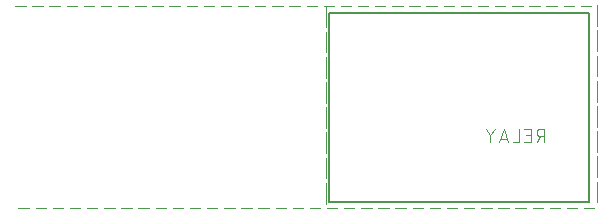
<source format=gbr>
G04 EAGLE Gerber RS-274X export*
G75*
%MOMM*%
%FSLAX34Y34*%
%LPD*%
%INSilkscreen Bottom*%
%IPPOS*%
%AMOC8*
5,1,8,0,0,1.08239X$1,22.5*%
G01*
%ADD10C,0.101600*%
%ADD11C,0.127000*%


D10*
X466162Y467474D02*
X457357Y467474D01*
X451654Y467474D02*
X442848Y467474D01*
X437145Y467474D02*
X428340Y467474D01*
X422637Y467474D02*
X413831Y467474D01*
X408128Y467474D02*
X399323Y467474D01*
X393620Y467474D02*
X384815Y467474D01*
X379111Y467474D02*
X370306Y467474D01*
X364603Y467474D02*
X355798Y467474D01*
X350095Y467474D02*
X341289Y467474D01*
X335586Y467474D02*
X326781Y467474D01*
X321078Y467474D02*
X312272Y467474D01*
X306569Y467474D02*
X297764Y467474D01*
X292061Y467474D02*
X283255Y467474D01*
X277552Y467474D02*
X268747Y467474D01*
X263044Y467474D02*
X254239Y467474D01*
X248535Y467474D02*
X239730Y467474D01*
X234027Y467474D02*
X225222Y467474D01*
X219519Y467474D02*
X210713Y467474D01*
X205010Y467474D02*
X196205Y467474D01*
X190502Y467474D02*
X181696Y467474D01*
X175993Y467474D02*
X167188Y467474D01*
X161485Y467474D02*
X152680Y467474D01*
X146976Y467474D02*
X138171Y467474D01*
X132468Y467474D02*
X123663Y467474D01*
X117960Y467474D02*
X109154Y467474D01*
X103451Y467474D02*
X94646Y467474D01*
X88943Y467474D02*
X80137Y467474D01*
X74434Y467474D02*
X65629Y467474D01*
X59926Y467474D02*
X51120Y467474D01*
X45417Y467474D02*
X36612Y467474D01*
X30909Y467474D02*
X22104Y467474D01*
X16400Y467474D02*
X7595Y467474D01*
X1892Y467474D02*
X-6913Y467474D01*
X-12616Y467474D02*
X-21422Y467474D01*
X471462Y468299D02*
X471462Y450689D01*
X471462Y446963D02*
X471462Y429353D01*
X471462Y425627D02*
X471462Y408017D01*
X471462Y404291D02*
X471462Y386681D01*
X471462Y382955D02*
X471462Y365345D01*
X471462Y361619D02*
X471462Y344009D01*
X471462Y340283D02*
X471462Y322673D01*
X471462Y318947D02*
X471462Y301337D01*
X241762Y449589D02*
X241762Y467199D01*
X241762Y445863D02*
X241762Y428253D01*
X241762Y424527D02*
X241762Y406917D01*
X241762Y403191D02*
X241762Y385581D01*
X241762Y381855D02*
X241762Y364245D01*
X241762Y360519D02*
X241762Y342909D01*
X241762Y339183D02*
X241762Y321573D01*
X241762Y317847D02*
X241762Y300237D01*
X460157Y296274D02*
X468962Y296274D01*
X454454Y296274D02*
X445648Y296274D01*
X439945Y296274D02*
X431140Y296274D01*
X425437Y296274D02*
X416631Y296274D01*
X410928Y296274D02*
X402123Y296274D01*
X396420Y296274D02*
X387615Y296274D01*
X381911Y296274D02*
X373106Y296274D01*
X367403Y296274D02*
X358598Y296274D01*
X352895Y296274D02*
X344089Y296274D01*
X338386Y296274D02*
X329581Y296274D01*
X323878Y296274D02*
X315072Y296274D01*
X309369Y296274D02*
X300564Y296274D01*
X294861Y296274D02*
X286055Y296274D01*
X280352Y296274D02*
X271547Y296274D01*
X265844Y296274D02*
X257039Y296274D01*
X251335Y296274D02*
X242530Y296274D01*
X236827Y296274D02*
X228022Y296274D01*
X222319Y296274D02*
X213513Y296274D01*
X207810Y296274D02*
X199005Y296274D01*
X193302Y296274D02*
X184496Y296274D01*
X178793Y296274D02*
X169988Y296274D01*
X164285Y296274D02*
X155480Y296274D01*
X149776Y296274D02*
X140971Y296274D01*
X135268Y296274D02*
X126463Y296274D01*
X120760Y296274D02*
X111954Y296274D01*
X106251Y296274D02*
X97446Y296274D01*
X91743Y296274D02*
X82937Y296274D01*
X77234Y296274D02*
X68429Y296274D01*
X62726Y296274D02*
X53920Y296274D01*
X48217Y296274D02*
X39412Y296274D01*
X33709Y296274D02*
X24904Y296274D01*
X19200Y296274D02*
X10395Y296274D01*
X4692Y296274D02*
X-4113Y296274D01*
X-9816Y296274D02*
X-18622Y296274D01*
D11*
X244500Y461200D02*
X464500Y461200D01*
X244500Y461200D02*
X244500Y301200D01*
X464500Y301200D01*
X464500Y461200D01*
D10*
X426692Y363792D02*
X426692Y352108D01*
X426692Y363792D02*
X423446Y363792D01*
X423333Y363790D01*
X423220Y363784D01*
X423107Y363774D01*
X422994Y363760D01*
X422882Y363743D01*
X422771Y363721D01*
X422661Y363696D01*
X422551Y363666D01*
X422443Y363633D01*
X422336Y363596D01*
X422230Y363556D01*
X422126Y363511D01*
X422023Y363463D01*
X421922Y363412D01*
X421823Y363357D01*
X421726Y363299D01*
X421631Y363237D01*
X421538Y363172D01*
X421448Y363104D01*
X421360Y363033D01*
X421274Y362958D01*
X421191Y362881D01*
X421111Y362801D01*
X421034Y362718D01*
X420959Y362632D01*
X420888Y362544D01*
X420820Y362454D01*
X420755Y362361D01*
X420693Y362266D01*
X420635Y362169D01*
X420580Y362070D01*
X420529Y361969D01*
X420481Y361866D01*
X420436Y361762D01*
X420396Y361656D01*
X420359Y361549D01*
X420326Y361441D01*
X420296Y361331D01*
X420271Y361221D01*
X420249Y361110D01*
X420232Y360998D01*
X420218Y360885D01*
X420208Y360772D01*
X420202Y360659D01*
X420200Y360546D01*
X420202Y360433D01*
X420208Y360320D01*
X420218Y360207D01*
X420232Y360094D01*
X420249Y359982D01*
X420271Y359871D01*
X420296Y359761D01*
X420326Y359651D01*
X420359Y359543D01*
X420396Y359436D01*
X420436Y359330D01*
X420481Y359226D01*
X420529Y359123D01*
X420580Y359022D01*
X420635Y358923D01*
X420693Y358826D01*
X420755Y358731D01*
X420820Y358638D01*
X420888Y358548D01*
X420959Y358460D01*
X421034Y358374D01*
X421111Y358291D01*
X421191Y358211D01*
X421274Y358134D01*
X421360Y358059D01*
X421448Y357988D01*
X421538Y357920D01*
X421631Y357855D01*
X421726Y357793D01*
X421823Y357735D01*
X421922Y357680D01*
X422023Y357629D01*
X422126Y357581D01*
X422230Y357536D01*
X422336Y357496D01*
X422443Y357459D01*
X422551Y357426D01*
X422661Y357396D01*
X422771Y357371D01*
X422882Y357349D01*
X422994Y357332D01*
X423107Y357318D01*
X423220Y357308D01*
X423333Y357302D01*
X423446Y357300D01*
X423446Y357301D02*
X426692Y357301D01*
X422797Y357301D02*
X420201Y352108D01*
X414932Y352108D02*
X409739Y352108D01*
X414932Y352108D02*
X414932Y363792D01*
X409739Y363792D01*
X411037Y358599D02*
X414932Y358599D01*
X405026Y363792D02*
X405026Y352108D01*
X399833Y352108D01*
X396173Y352108D02*
X392278Y363792D01*
X388383Y352108D01*
X389357Y355029D02*
X395199Y355029D01*
X384743Y363792D02*
X380848Y358275D01*
X376953Y363792D01*
X380848Y358275D02*
X380848Y352108D01*
M02*

</source>
